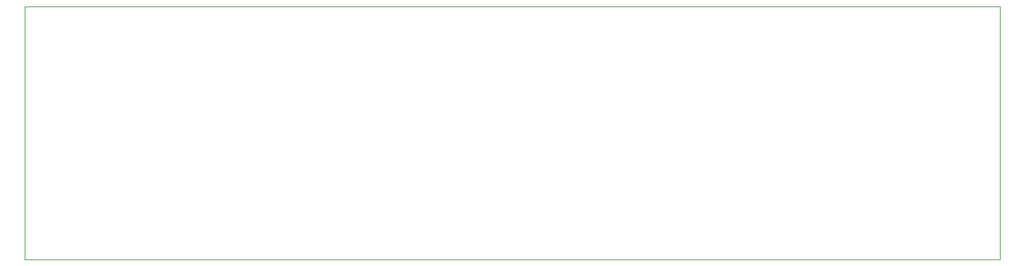
<source format=gbr>
%TF.GenerationSoftware,KiCad,Pcbnew,5.1.9+dfsg1-1*%
%TF.CreationDate,2021-08-18T14:47:46-04:00*%
%TF.ProjectId,custom_toothbrush_board,63757374-6f6d-45f7-946f-6f7468627275,rev?*%
%TF.SameCoordinates,Original*%
%TF.FileFunction,Profile,NP*%
%FSLAX46Y46*%
G04 Gerber Fmt 4.6, Leading zero omitted, Abs format (unit mm)*
G04 Created by KiCad (PCBNEW 5.1.9+dfsg1-1) date 2021-08-18 14:47:46*
%MOMM*%
%LPD*%
G01*
G04 APERTURE LIST*
%TA.AperFunction,Profile*%
%ADD10C,0.050000*%
%TD*%
G04 APERTURE END LIST*
D10*
X12700000Y-73660000D02*
X12700000Y-40640000D01*
X139700000Y-73660000D02*
X12700000Y-73660000D01*
X139700000Y-40640000D02*
X139700000Y-73660000D01*
X12700000Y-40640000D02*
X139700000Y-40640000D01*
M02*

</source>
